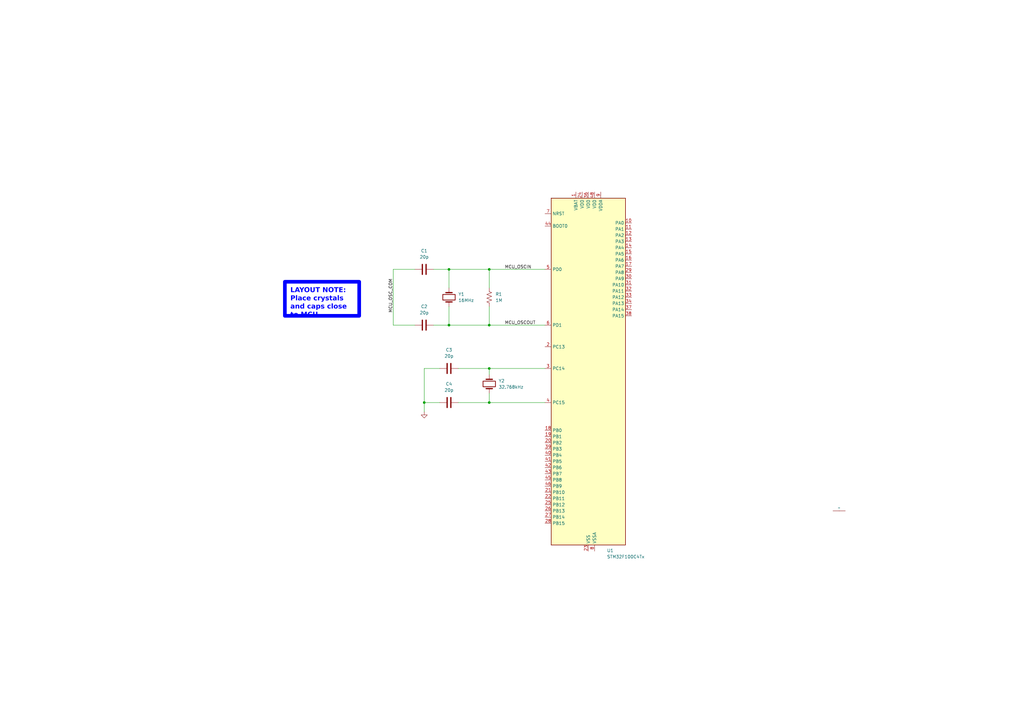
<source format=kicad_sch>
(kicad_sch (version 20250114) (generator "eeschema") (generator_version "9.0")
  (paper "A3")
  (title_block (title "STM32F100C4T6B GPS Locator") (date "2025-03-06") (rev "1.0.0") (company "MTP"))
  (lib_symbols
    (symbol "Device:C" (pin_numbers (hide yes)) (pin_names (offset 0.254))
      (property "Reference" "C" (at 0.635 2.54 0))
      (property "Value" "C" (at 0.635 -2.54 0))
      (symbol "C_0_1"
        (polyline (pts (xy -2.032 0.762) (xy 2.032 0.762)) (stroke (width 0.508)))
        (polyline (pts (xy -2.032 -0.762) (xy 2.032 -0.762)) (stroke (width 0.508)))
      )
      (symbol "C_1_1"
        (pin passive line (at 0 3.81 270) (length 2.794) (name "~") (number "1"))
        (pin passive line (at 0 -3.81 90) (length 2.794) (name "~") (number "2"))
      )
    )
    (symbol "Device:Crystal" (pin_numbers (hide yes)) (pin_names (offset 1.016) (hide yes))
      (property "Reference" "Y" (at 0 3.81 0))
      (property "Value" "Crystal" (at 0 -3.81 0))
      (symbol "Crystal_0_1"
        (polyline (pts (xy -2.54 0) (xy -1.905 0)))
        (polyline (pts (xy -1.905 -1.27) (xy -1.905 1.27)) (stroke (width 0.508)))
        (rectangle (start -1.143 2.54) (end 1.143 -2.54) (stroke (width 0.3048)))
        (polyline (pts (xy 1.905 -1.27) (xy 1.905 1.27)) (stroke (width 0.508)))
        (polyline (pts (xy 2.54 0) (xy 1.905 0)))
      )
      (symbol "Crystal_1_1"
        (pin passive line (at -3.81 0 0) (length 1.27) (name "1") (number "1"))
        (pin passive line (at 3.81 0 180) (length 1.27) (name "2") (number "2"))
      )
    )
    (symbol "Device:R_US" (pin_numbers (hide yes)) (pin_names (offset 0))
      (property "Reference" "R" (at 2.54 0 90))
      (property "Value" "R_US" (at -2.54 0 90))
      (symbol "R_US_0_1"
        (polyline (pts (xy 0 2.286) (xy 0 2.54)))
        (polyline (pts (xy 0 2.286) (xy 1.016 1.905) (xy 0 1.524) (xy -1.016 1.143) (xy 0 0.762)))
        (polyline (pts (xy 0 0.762) (xy 1.016 0.381) (xy 0 0) (xy -1.016 -0.381) (xy 0 -0.762)))
        (polyline (pts (xy 0 -0.762) (xy 1.016 -1.143) (xy 0 -1.524) (xy -1.016 -1.905) (xy 0 -2.286)))
        (polyline (pts (xy 0 -2.286) (xy 0 -2.54)))
      )
      (symbol "R_US_1_1"
        (pin passive line (at 0 3.81 270) (length 1.27) (name "~") (number "1"))
        (pin passive line (at 0 -3.81 90) (length 1.27) (name "~") (number "2"))
      )
    )
    (symbol "MCU_ST_STM32F1:STM32F100C4Tx"
      (property "Reference" "U1" (at 7.62 -67.056 0))
      (property "Value" "STM32F100C4Tx" (at 7.62 -69.596 0))
      (symbol "STM32F100C4Tx_0_1"
        (rectangle (start -15.24 77.47) (end 15.24 -64.77) (stroke (width 0.254)) (fill (type background)))
      )
      (symbol "STM32F100C4Tx_1_1"
        (pin input line (at -17.78 71.12 0) (length 2.54) (name "NRST") (number "7"))
        (pin input line (at -17.78 66.04 0) (length 2.54) (name "BOOT0") (number "44"))
        (pin bidirectional line (at -17.78 48.26 0) (length 2.54) (name "PD0") (number "5"))
        (pin bidirectional line (at -17.78 25.4 0) (length 2.54) (name "PD1") (number "6"))
        (pin bidirectional line (at -17.78 16.51 0) (length 2.54) (name "PC13") (number "2"))
        (pin bidirectional line (at -17.78 7.62 0) (length 2.54) (name "PC14") (number "3"))
        (pin bidirectional line (at -17.78 -6.35 0) (length 2.54) (name "PC15") (number "4"))
        (pin bidirectional line (at -17.78 -17.78 0) (length 2.54) (name "PB0") (number "18"))
        (pin bidirectional line (at -17.78 -20.32 0) (length 2.54) (name "PB1") (number "19"))
        (pin bidirectional line (at -17.78 -22.86 0) (length 2.54) (name "PB2") (number "20"))
        (pin bidirectional line (at -17.78 -25.4 0) (length 2.54) (name "PB3") (number "39"))
        (pin bidirectional line (at -17.78 -27.94 0) (length 2.54) (name "PB4") (number "40"))
        (pin bidirectional line (at -17.78 -30.48 0) (length 2.54) (name "PB5") (number "41"))
        (pin bidirectional line (at -17.78 -33.02 0) (length 2.54) (name "PB6") (number "42"))
        (pin bidirectional line (at -17.78 -35.56 0) (length 2.54) (name "PB7") (number "43"))
        (pin bidirectional line (at -17.78 -38.1 0) (length 2.54) (name "PB8") (number "45"))
        (pin bidirectional line (at -17.78 -40.64 0) (length 2.54) (name "PB9") (number "46"))
        (pin bidirectional line (at -17.78 -43.18 0) (length 2.54) (name "PB10") (number "21"))
        (pin bidirectional line (at -17.78 -45.72 0) (length 2.54) (name "PB11") (number "22"))
        (pin bidirectional line (at -17.78 -48.26 0) (length 2.54) (name "PB12") (number "25"))
        (pin bidirectional line (at -17.78 -50.8 0) (length 2.54) (name "PB13") (number "26"))
        (pin bidirectional line (at -17.78 -53.34 0) (length 2.54) (name "PB14") (number "27"))
        (pin bidirectional line (at -17.78 -55.88 0) (length 2.54) (name "PB15") (number "28"))
        (pin power_in line (at -5.08 80.01 270) (length 2.54) (name "VBAT") (number "1"))
        (pin power_in line (at -2.54 80.01 270) (length 2.54) (name "VDD") (number "24"))
        (pin power_in line (at 0 80.01 270) (length 2.54) (name "VDD") (number "36"))
        (pin power_in line (at 0 -67.31 90) (length 2.54) (name "VSS") (number "23"))
        (pin passive line (at 0 -67.31 90) (length 2.54) (hide yes) (name "VSS") (number "35"))
        (pin passive line (at 0 -67.31 90) (length 2.54) (hide yes) (name "VSS") (number "47"))
        (pin power_in line (at 2.54 80.01 270) (length 2.54) (name "VDD") (number "48"))
        (pin power_in line (at 2.54 -67.31 90) (length 2.54) (name "VSSA") (number "8"))
        (pin power_in line (at 5.08 80.01 270) (length 2.54) (name "VDDA") (number "9"))
        (pin bidirectional line (at 17.78 67.31 180) (length 2.54) (name "PA0") (number "10"))
        (pin bidirectional line (at 17.78 64.77 180) (length 2.54) (name "PA1") (number "11"))
        (pin bidirectional line (at 17.78 62.23 180) (length 2.54) (name "PA2") (number "12"))
        (pin bidirectional line (at 17.78 59.69 180) (length 2.54) (name "PA3") (number "13"))
        (pin bidirectional line (at 17.78 57.15 180) (length 2.54) (name "PA4") (number "14"))
        (pin bidirectional line (at 17.78 54.61 180) (length 2.54) (name "PA5") (number "15"))
        (pin bidirectional line (at 17.78 52.07 180) (length 2.54) (name "PA6") (number "16"))
        (pin bidirectional line (at 17.78 49.53 180) (length 2.54) (name "PA7") (number "17"))
        (pin bidirectional line (at 17.78 46.99 180) (length 2.54) (name "PA8") (number "29"))
        (pin bidirectional line (at 17.78 44.45 180) (length 2.54) (name "PA9") (number "30"))
        (pin bidirectional line (at 17.78 41.91 180) (length 2.54) (name "PA10") (number "31"))
        (pin bidirectional line (at 17.78 39.37 180) (length 2.54) (name "PA11") (number "32"))
        (pin bidirectional line (at 17.78 36.83 180) (length 2.54) (name "PA12") (number "33"))
        (pin bidirectional line (at 17.78 34.29 180) (length 2.54) (name "PA13") (number "34"))
        (pin bidirectional line (at 17.78 31.75 180) (length 2.54) (name "PA14") (number "37"))
        (pin bidirectional line (at 17.78 29.21 180) (length 2.54) (name "PA15") (number "38"))
      )
    )
    (symbol "Utilities:Net_Tie" (pin_numbers (hide yes)) (pin_names (offset 0) (hide yes)) (in_bom no)
      (symbol "Net_Tie_1_1"
        (pin unspecified line (at -2.54 -2.54 0) (length 2.54) (name "") (number ""))
        (pin unspecified line (at 2.54 -2.54 180) (length 2.54) (name "") (number ""))
      )
    )
    (symbol "power:GND" (power) (pin_numbers (hide yes)) (pin_names (offset 0) (hide yes))
      (property "Value" "GND" (at 0 -3.81 0))
      (symbol "GND_0_1"
        (polyline (pts (xy 0 0) (xy 0 -1.27) (xy 1.27 -1.27) (xy 0 -2.54) (xy -1.27 -1.27) (xy 0 -1.27)))
      )
      (symbol "GND_1_1"
        (pin power_in line (at 0 0 270) (length 0) (name "~") (number "1"))
      )
    )
  )
  (text_box "LAYOUT NOTE:\nPlace crystals and caps close to MCU" (at 116.84 115.57 0) (size 30.48 13.97) (margins 2.25 2.25 2.25 2.25) (stroke (width 1.5) (color 0 0 255 1)) (effects (font (size 2 2) (thickness 0.4) (bold yes)) (justify left top)))
  (junction (at 184.15 110.49))
  (junction (at 200.66 133.35))
  (junction (at 200.66 165.1))
  (junction (at 184.15 133.35))
  (junction (at 200.66 151.13))
  (junction (at 173.99 165.1))
  (junction (at 200.66 110.49))
  (wire (pts (xy 200.66 165.1) (xy 223.52 165.1)))
  (wire (pts (xy 200.66 133.35) (xy 223.52 133.35)))
  (wire (pts (xy 161.29 133.35) (xy 161.29 110.49)))
  (wire (pts (xy 184.15 118.11) (xy 184.15 110.49)))
  (wire (pts (xy 173.99 165.1) (xy 173.99 168.91)))
  (wire (pts (xy 200.66 165.1) (xy 187.96 165.1)))
  (wire (pts (xy 161.29 110.49) (xy 170.18 110.49)))
  (wire (pts (xy 200.66 110.49) (xy 223.52 110.49)))
  (wire (pts (xy 200.66 118.11) (xy 200.66 110.49)))
  (wire (pts (xy 184.15 133.35) (xy 200.66 133.35)))
  (wire (pts (xy 200.66 161.29) (xy 200.66 165.1)))
  (wire (pts (xy 173.99 165.1) (xy 180.34 165.1)))
  (wire (pts (xy 184.15 110.49) (xy 200.66 110.49)))
  (wire (pts (xy 173.99 151.13) (xy 173.99 165.1)))
  (wire (pts (xy 200.66 151.13) (xy 187.96 151.13)))
  (wire (pts (xy 170.18 133.35) (xy 161.29 133.35)))
  (wire (pts (xy 200.66 125.73) (xy 200.66 133.35)))
  (wire (pts (xy 200.66 151.13) (xy 223.52 151.13)))
  (wire (pts (xy 184.15 133.35) (xy 177.8 133.35)))
  (wire (pts (xy 184.15 110.49) (xy 177.8 110.49)))
  (wire (pts (xy 180.34 151.13) (xy 173.99 151.13)))
  (wire (pts (xy 200.66 153.67) (xy 200.66 151.13)))
  (wire (pts (xy 184.15 125.73) (xy 184.15 133.35)))
  (label "MCU_OSC_COM" (at 161.29 128.27 90))
  (label "MCU_OSCIN" (at 207.01 110.49 0))
  (label "MCU_OSCOUT" (at 207.01 133.35 0))
  (symbol (lib_id "Device:Crystal") (at 184.15 121.92 90) (unit 1)
    (property "Reference" "Y1" (at 187.96 120.65 90) (effects (justify right)))
    (property "Value" "16MHz" (at 187.96 123.19 90) (effects (justify right)))
    (property "Description" "Two pin crystal" (effects (hide yes)))
  )
  (symbol (lib_id "MCU_ST_STM32F1:STM32F100C4Tx") (at 241.3 158.75 0) (unit 1)
    (property "Reference" "U1" (at 248.92 225.806 0) (effects (justify left)))
    (property "Value" "STM32F100C4Tx" (at 248.92 228.346 0) (effects (justify left)))
    (property "Footprint" "Package_QFP:LQFP-48_7x7mm_P0.5mm" (effects (hide yes)))
    (property "Datasheet" "https://www.st.com/resource/en/datasheet/stm32f100c4.pdf" (effects (hide yes)))
    (property "Description" "STMicroelectronics Arm Cortex-M3 MCU, 16KB flash, 4KB RAM, 24 MHz, 2.0-3.6V, 37 GPIO, LQFP48" (effects (hide yes)))
  )
  (symbol (lib_id "Device:C") (at 173.99 110.49 90) (unit 1)
    (property "Reference" "C1" (at 173.99 102.87 90))
    (property "Value" "20p" (at 173.99 105.41 90))
    (property "Description" "Unpolarized capacitor" (effects (hide yes)))
  )
  (symbol (lib_id "Utilities:Net_Tie") (at 344.17 207.01 0) (unit 1) (in_bom no)
    (property "Reference" "U2" (effects (hide yes)))
    (property "Value" "~" (at 344.17 208.28 0))
  )
  (symbol (lib_id "Device:Crystal") (at 200.66 157.48 90) (unit 1)
    (property "Reference" "Y2" (at 204.47 156.21 90) (effects (justify right)))
    (property "Value" "32.768kHz" (at 204.47 158.75 90) (effects (justify right)))
    (property "Description" "Two pin crystal" (effects (hide yes)))
  )
  (symbol (lib_id "Device:C") (at 184.15 151.13 90) (unit 1)
    (property "Reference" "C3" (at 184.15 143.51 90))
    (property "Value" "20p" (at 184.15 146.05 90))
    (property "Description" "Unpolarized capacitor" (effects (hide yes)))
  )
  (symbol (lib_id "Device:C") (at 173.99 133.35 90) (unit 1)
    (property "Reference" "C2" (at 173.99 125.73 90))
    (property "Value" "20p" (at 173.99 128.27 90))
    (property "Description" "Unpolarized capacitor" (effects (hide yes)))
  )
  (symbol (lib_id "Device:C") (at 184.15 165.1 90) (unit 1)
    (property "Reference" "C4" (at 184.15 157.48 90))
    (property "Value" "20p" (at 184.15 160.02 90))
    (property "Description" "Unpolarized capacitor" (effects (hide yes)))
  )
  (symbol (lib_id "Device:R_US") (at 200.66 121.92 0) (unit 1)
    (property "Reference" "R1" (at 203.2 120.65 0) (effects (justify left)))
    (property "Value" "1M" (at 203.2 123.19 0) (effects (justify left)))
    (property "Description" "Resistor, US symbol" (effects (hide yes)))
  )
  (symbol (lib_id "power:GND") (at 173.99 168.91 0) (unit 1)
    (property "Reference" "#PWR01" (effects (hide yes)))
    (property "Value" "GND" (effects (hide yes)))
    (property "Description" "Power symbol creates a global label with name \"GND\" , ground" (effects (hide yes)))
  )
)
</source>
